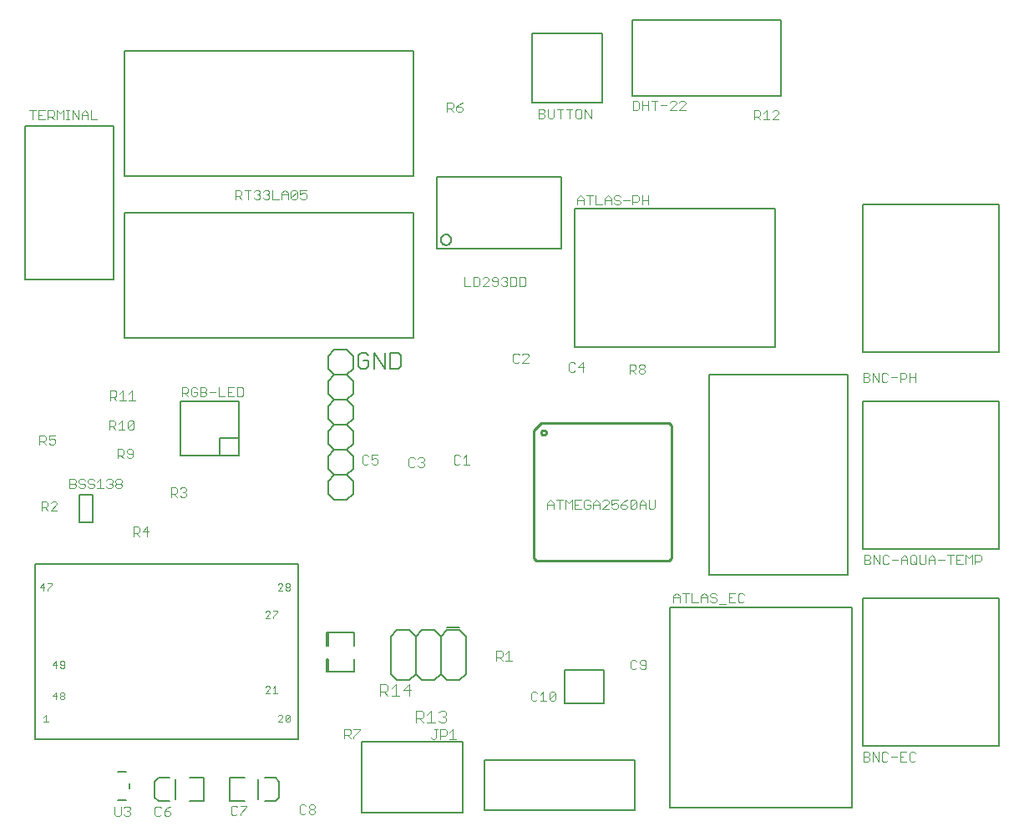
<source format=gto>
G75*
G70*
%OFA0B0*%
%FSLAX24Y24*%
%IPPOS*%
%LPD*%
%AMOC8*
5,1,8,0,0,1.08239X$1,22.5*
%
%ADD10C,0.0060*%
%ADD11C,0.0100*%
%ADD12C,0.0030*%
%ADD13C,0.0080*%
%ADD14C,0.0050*%
%ADD15C,0.0040*%
D10*
X002790Y012455D02*
X002790Y013575D01*
X003310Y013575D01*
X003310Y012455D01*
X002790Y012455D01*
X013911Y018703D02*
X014018Y018596D01*
X014231Y018596D01*
X014338Y018703D01*
X014338Y018916D01*
X014124Y018916D01*
X013911Y019130D02*
X013911Y018703D01*
X013911Y019130D02*
X014018Y019236D01*
X014231Y019236D01*
X014338Y019130D01*
X014555Y019236D02*
X014982Y018596D01*
X014982Y019236D01*
X015200Y019236D02*
X015520Y019236D01*
X015627Y019130D01*
X015627Y018703D01*
X015520Y018596D01*
X015200Y018596D01*
X015200Y019236D01*
X014555Y019236D02*
X014555Y018596D01*
X017072Y023387D02*
X017072Y026277D01*
X022012Y026277D01*
X022012Y023387D01*
X017072Y023387D01*
X017212Y023747D02*
X017214Y023776D01*
X017220Y023804D01*
X017229Y023831D01*
X017243Y023856D01*
X017259Y023880D01*
X017279Y023900D01*
X017301Y023919D01*
X017325Y023933D01*
X017352Y023945D01*
X017379Y023953D01*
X017408Y023957D01*
X017436Y023957D01*
X017465Y023953D01*
X017492Y023945D01*
X017519Y023933D01*
X017543Y023919D01*
X017565Y023900D01*
X017585Y023880D01*
X017601Y023856D01*
X017615Y023831D01*
X017624Y023804D01*
X017630Y023776D01*
X017632Y023747D01*
X017630Y023718D01*
X017624Y023690D01*
X017615Y023663D01*
X017601Y023638D01*
X017585Y023614D01*
X017565Y023594D01*
X017543Y023575D01*
X017519Y023561D01*
X017492Y023549D01*
X017465Y023541D01*
X017436Y023537D01*
X017408Y023537D01*
X017379Y023541D01*
X017352Y023549D01*
X017325Y023561D01*
X017301Y023575D01*
X017279Y023594D01*
X017259Y023614D01*
X017243Y023638D01*
X017229Y023663D01*
X017220Y023690D01*
X017214Y023718D01*
X017212Y023747D01*
D11*
X021219Y016436D02*
X026337Y016436D01*
X026436Y016337D01*
X026436Y011023D01*
X026337Y010924D01*
X021023Y010924D01*
X020924Y011023D01*
X020924Y016141D01*
X021219Y016436D01*
X021220Y016042D02*
X021222Y016061D01*
X021227Y016080D01*
X021237Y016096D01*
X021249Y016111D01*
X021264Y016123D01*
X021280Y016133D01*
X021299Y016138D01*
X021318Y016140D01*
X021337Y016138D01*
X021356Y016133D01*
X021372Y016123D01*
X021387Y016111D01*
X021399Y016096D01*
X021409Y016080D01*
X021414Y016061D01*
X021416Y016042D01*
X021414Y016023D01*
X021409Y016004D01*
X021399Y015988D01*
X021387Y015973D01*
X021372Y015961D01*
X021356Y015951D01*
X021337Y015946D01*
X021318Y015944D01*
X021299Y015946D01*
X021280Y015951D01*
X021264Y015961D01*
X021249Y015973D01*
X021237Y015988D01*
X021227Y016004D01*
X021222Y016023D01*
X021220Y016042D01*
D12*
X004265Y000738D02*
X004203Y000800D01*
X004203Y001108D01*
X004450Y001108D02*
X004450Y000800D01*
X004388Y000738D01*
X004265Y000738D01*
X004572Y000800D02*
X004633Y000738D01*
X004757Y000738D01*
X004818Y000800D01*
X004818Y000861D01*
X004757Y000923D01*
X004695Y000923D01*
X004757Y000923D02*
X004818Y000985D01*
X004818Y001047D01*
X004757Y001108D01*
X004633Y001108D01*
X004572Y001047D01*
X005805Y001048D02*
X005805Y000801D01*
X005867Y000739D01*
X005990Y000739D01*
X006052Y000801D01*
X006173Y000801D02*
X006235Y000739D01*
X006358Y000739D01*
X006420Y000801D01*
X006420Y000863D01*
X006358Y000925D01*
X006173Y000925D01*
X006173Y000801D01*
X006173Y000925D02*
X006297Y001048D01*
X006420Y001110D01*
X006052Y001048D02*
X005990Y001110D01*
X005867Y001110D01*
X005805Y001048D01*
X008841Y001079D02*
X008841Y000832D01*
X008902Y000770D01*
X009026Y000770D01*
X009088Y000832D01*
X009209Y000832D02*
X009209Y000770D01*
X009209Y000832D02*
X009456Y001079D01*
X009456Y001141D01*
X009209Y001141D01*
X009088Y001079D02*
X009026Y001141D01*
X008902Y001141D01*
X008841Y001079D01*
X011579Y001116D02*
X011579Y000869D01*
X011641Y000807D01*
X011764Y000807D01*
X011826Y000869D01*
X011947Y000869D02*
X011947Y000931D01*
X012009Y000992D01*
X012132Y000992D01*
X012194Y000931D01*
X012194Y000869D01*
X012132Y000807D01*
X012009Y000807D01*
X011947Y000869D01*
X012009Y000992D02*
X011947Y001054D01*
X011947Y001116D01*
X012009Y001178D01*
X012132Y001178D01*
X012194Y001116D01*
X012194Y001054D01*
X012132Y000992D01*
X011826Y001116D02*
X011764Y001178D01*
X011641Y001178D01*
X011579Y001116D01*
X013370Y003836D02*
X013370Y004207D01*
X013555Y004207D01*
X013617Y004145D01*
X013617Y004021D01*
X013555Y003960D01*
X013370Y003960D01*
X013493Y003960D02*
X013617Y003836D01*
X013738Y003836D02*
X013738Y003898D01*
X013985Y004145D01*
X013985Y004207D01*
X013738Y004207D01*
X011200Y004530D02*
X011152Y004481D01*
X011055Y004481D01*
X011007Y004530D01*
X011200Y004723D01*
X011200Y004530D01*
X011200Y004723D02*
X011152Y004772D01*
X011055Y004772D01*
X011007Y004723D01*
X011007Y004530D01*
X010905Y004481D02*
X010712Y004481D01*
X010905Y004675D01*
X010905Y004723D01*
X010857Y004772D01*
X010760Y004772D01*
X010712Y004723D01*
X010700Y005631D02*
X010507Y005631D01*
X010603Y005631D02*
X010603Y005922D01*
X010507Y005825D01*
X010405Y005825D02*
X010405Y005873D01*
X010357Y005922D01*
X010260Y005922D01*
X010212Y005873D01*
X010405Y005825D02*
X010212Y005631D01*
X010405Y005631D01*
X010405Y008631D02*
X010212Y008631D01*
X010405Y008825D01*
X010405Y008873D01*
X010357Y008922D01*
X010260Y008922D01*
X010212Y008873D01*
X010507Y008922D02*
X010700Y008922D01*
X010700Y008873D01*
X010507Y008680D01*
X010507Y008631D01*
X010712Y009731D02*
X010905Y009925D01*
X010905Y009973D01*
X010857Y010022D01*
X010760Y010022D01*
X010712Y009973D01*
X010712Y009731D02*
X010905Y009731D01*
X011007Y009780D02*
X011007Y009828D01*
X011055Y009876D01*
X011152Y009876D01*
X011200Y009828D01*
X011200Y009780D01*
X011152Y009731D01*
X011055Y009731D01*
X011007Y009780D01*
X011055Y009876D02*
X011007Y009925D01*
X011007Y009973D01*
X011055Y010022D01*
X011152Y010022D01*
X011200Y009973D01*
X011200Y009925D01*
X011152Y009876D01*
X007056Y013538D02*
X006995Y013476D01*
X006871Y013476D01*
X006809Y013538D01*
X006688Y013476D02*
X006565Y013600D01*
X006626Y013600D02*
X006441Y013600D01*
X006441Y013476D02*
X006441Y013847D01*
X006626Y013847D01*
X006688Y013785D01*
X006688Y013662D01*
X006626Y013600D01*
X006809Y013785D02*
X006871Y013847D01*
X006995Y013847D01*
X007056Y013785D01*
X007056Y013723D01*
X006995Y013662D01*
X007056Y013600D01*
X007056Y013538D01*
X006995Y013662D02*
X006933Y013662D01*
X005498Y012278D02*
X005313Y012092D01*
X005560Y012092D01*
X005498Y011907D02*
X005498Y012278D01*
X005191Y012216D02*
X005191Y012092D01*
X005130Y012031D01*
X004945Y012031D01*
X005068Y012031D02*
X005191Y011907D01*
X004945Y011907D02*
X004945Y012278D01*
X005130Y012278D01*
X005191Y012216D01*
X004424Y013823D02*
X004301Y013823D01*
X004239Y013885D01*
X004239Y013946D01*
X004301Y014008D01*
X004424Y014008D01*
X004486Y013946D01*
X004486Y013885D01*
X004424Y013823D01*
X004424Y014008D02*
X004486Y014070D01*
X004486Y014132D01*
X004424Y014193D01*
X004301Y014193D01*
X004239Y014132D01*
X004239Y014070D01*
X004301Y014008D01*
X004118Y013946D02*
X004118Y013885D01*
X004056Y013823D01*
X003933Y013823D01*
X003871Y013885D01*
X003750Y013823D02*
X003503Y013823D01*
X003626Y013823D02*
X003626Y014193D01*
X003503Y014070D01*
X003381Y014132D02*
X003320Y014193D01*
X003196Y014193D01*
X003134Y014132D01*
X003134Y014070D01*
X003196Y014008D01*
X003320Y014008D01*
X003381Y013946D01*
X003381Y013885D01*
X003320Y013823D01*
X003196Y013823D01*
X003134Y013885D01*
X003013Y013885D02*
X002951Y013823D01*
X002828Y013823D01*
X002766Y013885D01*
X002645Y013885D02*
X002583Y013823D01*
X002398Y013823D01*
X002398Y014193D01*
X002583Y014193D01*
X002645Y014132D01*
X002645Y014070D01*
X002583Y014008D01*
X002398Y014008D01*
X002583Y014008D02*
X002645Y013946D01*
X002645Y013885D01*
X002828Y014008D02*
X002951Y014008D01*
X003013Y013946D01*
X003013Y013885D01*
X002828Y014008D02*
X002766Y014070D01*
X002766Y014132D01*
X002828Y014193D01*
X002951Y014193D01*
X003013Y014132D01*
X003871Y014132D02*
X003933Y014193D01*
X004056Y014193D01*
X004118Y014132D01*
X004118Y014070D01*
X004056Y014008D01*
X004118Y013946D01*
X004056Y014008D02*
X003994Y014008D01*
X004315Y015017D02*
X004315Y015388D01*
X004500Y015388D01*
X004562Y015326D01*
X004562Y015203D01*
X004500Y015141D01*
X004315Y015141D01*
X004438Y015141D02*
X004562Y015017D01*
X004683Y015079D02*
X004745Y015017D01*
X004868Y015017D01*
X004930Y015079D01*
X004930Y015326D01*
X004868Y015388D01*
X004745Y015388D01*
X004683Y015326D01*
X004683Y015264D01*
X004745Y015203D01*
X004930Y015203D01*
X004908Y016159D02*
X004784Y016159D01*
X004722Y016221D01*
X004969Y016468D01*
X004969Y016221D01*
X004908Y016159D01*
X004722Y016221D02*
X004722Y016468D01*
X004784Y016529D01*
X004908Y016529D01*
X004969Y016468D01*
X004601Y016159D02*
X004354Y016159D01*
X004233Y016159D02*
X004109Y016283D01*
X004171Y016283D02*
X003986Y016283D01*
X003986Y016159D02*
X003986Y016529D01*
X004171Y016529D01*
X004233Y016468D01*
X004233Y016344D01*
X004171Y016283D01*
X004354Y016406D02*
X004477Y016529D01*
X004477Y016159D01*
X004517Y017340D02*
X004517Y017711D01*
X004393Y017587D01*
X004272Y017649D02*
X004272Y017525D01*
X004210Y017464D01*
X004025Y017464D01*
X004149Y017464D02*
X004272Y017340D01*
X004393Y017340D02*
X004640Y017340D01*
X004762Y017340D02*
X005009Y017340D01*
X004885Y017340D02*
X004885Y017711D01*
X004762Y017587D01*
X004272Y017649D02*
X004210Y017711D01*
X004025Y017711D01*
X004025Y017340D01*
X001820Y015933D02*
X001573Y015933D01*
X001573Y015748D01*
X001697Y015810D01*
X001758Y015810D01*
X001820Y015748D01*
X001820Y015625D01*
X001758Y015563D01*
X001635Y015563D01*
X001573Y015625D01*
X001452Y015563D02*
X001328Y015687D01*
X001390Y015687D02*
X001205Y015687D01*
X001205Y015563D02*
X001205Y015933D01*
X001390Y015933D01*
X001452Y015872D01*
X001452Y015748D01*
X001390Y015687D01*
X001468Y013301D02*
X001283Y013301D01*
X001283Y012931D01*
X001283Y013054D02*
X001468Y013054D01*
X001530Y013116D01*
X001530Y013239D01*
X001468Y013301D01*
X001651Y013239D02*
X001713Y013301D01*
X001837Y013301D01*
X001898Y013239D01*
X001898Y013178D01*
X001651Y012931D01*
X001898Y012931D01*
X001530Y012931D02*
X001407Y013054D01*
X001357Y010022D02*
X001212Y009876D01*
X001405Y009876D01*
X001507Y009780D02*
X001507Y009731D01*
X001507Y009780D02*
X001700Y009973D01*
X001700Y010022D01*
X001507Y010022D01*
X001357Y010022D02*
X001357Y009731D01*
X001857Y006922D02*
X001712Y006776D01*
X001905Y006776D01*
X002007Y006825D02*
X002007Y006873D01*
X002055Y006922D01*
X002152Y006922D01*
X002200Y006873D01*
X002200Y006680D01*
X002152Y006631D01*
X002055Y006631D01*
X002007Y006680D01*
X002055Y006776D02*
X002200Y006776D01*
X002055Y006776D02*
X002007Y006825D01*
X001857Y006922D02*
X001857Y006631D01*
X001857Y005672D02*
X001712Y005526D01*
X001905Y005526D01*
X002007Y005478D02*
X002055Y005526D01*
X002152Y005526D01*
X002200Y005478D01*
X002200Y005430D01*
X002152Y005381D01*
X002055Y005381D01*
X002007Y005430D01*
X002007Y005478D01*
X002055Y005526D02*
X002007Y005575D01*
X002007Y005623D01*
X002055Y005672D01*
X002152Y005672D01*
X002200Y005623D01*
X002200Y005575D01*
X002152Y005526D01*
X001857Y005381D02*
X001857Y005672D01*
X001453Y004772D02*
X001453Y004481D01*
X001357Y004481D02*
X001550Y004481D01*
X001357Y004675D02*
X001453Y004772D01*
X015929Y014739D02*
X015991Y014677D01*
X016114Y014677D01*
X016176Y014739D01*
X016298Y014739D02*
X016359Y014677D01*
X016483Y014677D01*
X016544Y014739D01*
X016544Y014801D01*
X016483Y014862D01*
X016421Y014862D01*
X016483Y014862D02*
X016544Y014924D01*
X016544Y014986D01*
X016483Y015048D01*
X016359Y015048D01*
X016298Y014986D01*
X016176Y014986D02*
X016114Y015048D01*
X015991Y015048D01*
X015929Y014986D01*
X015929Y014739D01*
X014694Y014837D02*
X014632Y014776D01*
X014509Y014776D01*
X014447Y014837D01*
X014326Y014837D02*
X014264Y014776D01*
X014141Y014776D01*
X014079Y014837D01*
X014079Y015084D01*
X014141Y015146D01*
X014264Y015146D01*
X014326Y015084D01*
X014447Y015146D02*
X014447Y014961D01*
X014571Y015023D01*
X014632Y015023D01*
X014694Y014961D01*
X014694Y014837D01*
X014694Y015146D02*
X014447Y015146D01*
X017740Y015084D02*
X017740Y014837D01*
X017802Y014776D01*
X017925Y014776D01*
X017987Y014837D01*
X018109Y014776D02*
X018355Y014776D01*
X018232Y014776D02*
X018232Y015146D01*
X018109Y015023D01*
X017987Y015084D02*
X017925Y015146D01*
X017802Y015146D01*
X017740Y015084D01*
X021459Y013229D02*
X021459Y012982D01*
X021459Y013168D02*
X021706Y013168D01*
X021706Y013229D02*
X021706Y012982D01*
X021951Y012982D02*
X021951Y013353D01*
X022074Y013353D02*
X021827Y013353D01*
X021706Y013229D02*
X021582Y013353D01*
X021459Y013229D01*
X022195Y013353D02*
X022195Y012982D01*
X022442Y012982D02*
X022442Y013353D01*
X022319Y013229D01*
X022195Y013353D01*
X022564Y013353D02*
X022564Y012982D01*
X022811Y012982D01*
X022932Y013044D02*
X022932Y013291D01*
X022994Y013353D01*
X023117Y013353D01*
X023179Y013291D01*
X023179Y013168D02*
X023055Y013168D01*
X023179Y013168D02*
X023179Y013044D01*
X023117Y012982D01*
X022994Y012982D01*
X022932Y013044D01*
X022687Y013168D02*
X022564Y013168D01*
X022564Y013353D02*
X022811Y013353D01*
X023300Y013229D02*
X023300Y012982D01*
X023300Y013168D02*
X023547Y013168D01*
X023547Y013229D02*
X023547Y012982D01*
X023669Y012982D02*
X023916Y013229D01*
X023916Y013291D01*
X023854Y013353D01*
X023730Y013353D01*
X023669Y013291D01*
X023547Y013229D02*
X023424Y013353D01*
X023300Y013229D01*
X023669Y012982D02*
X023916Y012982D01*
X024037Y013044D02*
X024099Y012982D01*
X024222Y012982D01*
X024284Y013044D01*
X024284Y013168D01*
X024222Y013229D01*
X024160Y013229D01*
X024037Y013168D01*
X024037Y013353D01*
X024284Y013353D01*
X024405Y013168D02*
X024405Y013044D01*
X024467Y012982D01*
X024590Y012982D01*
X024652Y013044D01*
X024652Y013106D01*
X024590Y013168D01*
X024405Y013168D01*
X024529Y013291D01*
X024652Y013353D01*
X024774Y013291D02*
X024835Y013353D01*
X024959Y013353D01*
X025020Y013291D01*
X024774Y013044D01*
X024835Y012982D01*
X024959Y012982D01*
X025020Y013044D01*
X025020Y013291D01*
X025142Y013229D02*
X025265Y013353D01*
X025389Y013229D01*
X025389Y012982D01*
X025510Y013044D02*
X025572Y012982D01*
X025695Y012982D01*
X025757Y013044D01*
X025757Y013353D01*
X025510Y013353D02*
X025510Y013044D01*
X025389Y013168D02*
X025142Y013168D01*
X025142Y013229D02*
X025142Y012982D01*
X024774Y013044D02*
X024774Y013291D01*
X026620Y009638D02*
X026743Y009514D01*
X026743Y009267D01*
X026743Y009453D02*
X026497Y009453D01*
X026497Y009514D02*
X026497Y009267D01*
X026497Y009514D02*
X026620Y009638D01*
X026865Y009638D02*
X027112Y009638D01*
X027233Y009638D02*
X027233Y009267D01*
X027480Y009267D01*
X027601Y009267D02*
X027601Y009514D01*
X027725Y009638D01*
X027848Y009514D01*
X027848Y009267D01*
X027970Y009329D02*
X028031Y009267D01*
X028155Y009267D01*
X028217Y009329D01*
X028217Y009391D01*
X028155Y009453D01*
X028031Y009453D01*
X027970Y009514D01*
X027970Y009576D01*
X028031Y009638D01*
X028155Y009638D01*
X028217Y009576D01*
X027848Y009453D02*
X027601Y009453D01*
X026988Y009267D02*
X026988Y009638D01*
X028338Y009206D02*
X028585Y009206D01*
X028706Y009267D02*
X028706Y009638D01*
X028953Y009638D01*
X029075Y009576D02*
X029075Y009329D01*
X029136Y009267D01*
X029260Y009267D01*
X029322Y009329D01*
X029322Y009576D02*
X029260Y009638D01*
X029136Y009638D01*
X029075Y009576D01*
X028830Y009453D02*
X028706Y009453D01*
X028706Y009267D02*
X028953Y009267D01*
X025402Y006901D02*
X025341Y006963D01*
X025217Y006963D01*
X025155Y006901D01*
X025155Y006839D01*
X025217Y006777D01*
X025402Y006777D01*
X025402Y006654D02*
X025402Y006901D01*
X025402Y006654D02*
X025341Y006592D01*
X025217Y006592D01*
X025155Y006654D01*
X025034Y006654D02*
X024972Y006592D01*
X024849Y006592D01*
X024787Y006654D01*
X024787Y006901D01*
X024849Y006963D01*
X024972Y006963D01*
X025034Y006901D01*
X021795Y005635D02*
X021548Y005389D01*
X021609Y005327D01*
X021733Y005327D01*
X021795Y005389D01*
X021795Y005635D01*
X021733Y005697D01*
X021609Y005697D01*
X021548Y005635D01*
X021548Y005389D01*
X021426Y005327D02*
X021179Y005327D01*
X021303Y005327D02*
X021303Y005697D01*
X021179Y005574D01*
X021058Y005635D02*
X020996Y005697D01*
X020873Y005697D01*
X020811Y005635D01*
X020811Y005389D01*
X020873Y005327D01*
X020996Y005327D01*
X021058Y005389D01*
X020048Y006941D02*
X019802Y006941D01*
X019680Y006941D02*
X019557Y007065D01*
X019618Y007065D02*
X019433Y007065D01*
X019433Y006941D02*
X019433Y007311D01*
X019618Y007311D01*
X019680Y007250D01*
X019680Y007126D01*
X019618Y007065D01*
X019802Y007188D02*
X019925Y007311D01*
X019925Y006941D01*
X017689Y004179D02*
X017689Y003809D01*
X017812Y003809D02*
X017565Y003809D01*
X017382Y003933D02*
X017197Y003933D01*
X017197Y003809D02*
X017197Y004179D01*
X017382Y004179D01*
X017444Y004118D01*
X017444Y003994D01*
X017382Y003933D01*
X017565Y004056D02*
X017689Y004179D01*
X017076Y004179D02*
X016952Y004179D01*
X017014Y004179D02*
X017014Y003871D01*
X016952Y003809D01*
X016891Y003809D01*
X016829Y003871D01*
X034073Y003278D02*
X034073Y002908D01*
X034258Y002908D01*
X034320Y002969D01*
X034320Y003031D01*
X034258Y003093D01*
X034073Y003093D01*
X034073Y003278D02*
X034258Y003278D01*
X034320Y003216D01*
X034320Y003154D01*
X034258Y003093D01*
X034441Y002908D02*
X034441Y003278D01*
X034688Y002908D01*
X034688Y003278D01*
X034810Y003216D02*
X034871Y003278D01*
X034995Y003278D01*
X035056Y003216D01*
X035178Y003093D02*
X035425Y003093D01*
X035546Y003093D02*
X035670Y003093D01*
X035793Y003278D02*
X035546Y003278D01*
X035546Y002908D01*
X035793Y002908D01*
X035915Y002969D02*
X035976Y002908D01*
X036100Y002908D01*
X036161Y002969D01*
X035915Y002969D02*
X035915Y003216D01*
X035976Y003278D01*
X036100Y003278D01*
X036161Y003216D01*
X035056Y002969D02*
X034995Y002908D01*
X034871Y002908D01*
X034810Y002969D01*
X034810Y003216D01*
X034728Y010782D02*
X034728Y011152D01*
X034849Y011090D02*
X034911Y011152D01*
X035034Y011152D01*
X035096Y011090D01*
X035217Y010967D02*
X035464Y010967D01*
X035586Y010967D02*
X035832Y010967D01*
X035832Y011028D02*
X035832Y010782D01*
X035954Y010843D02*
X036016Y010782D01*
X036139Y010782D01*
X036201Y010843D01*
X036201Y011090D01*
X036139Y011152D01*
X036016Y011152D01*
X035954Y011090D01*
X035954Y010843D01*
X036077Y010905D02*
X036201Y010782D01*
X036322Y010843D02*
X036384Y010782D01*
X036507Y010782D01*
X036569Y010843D01*
X036569Y011152D01*
X036691Y011028D02*
X036814Y011152D01*
X036937Y011028D01*
X036937Y010782D01*
X036937Y010967D02*
X036691Y010967D01*
X036691Y011028D02*
X036691Y010782D01*
X036322Y010843D02*
X036322Y011152D01*
X035832Y011028D02*
X035709Y011152D01*
X035586Y011028D01*
X035586Y010782D01*
X035096Y010843D02*
X035034Y010782D01*
X034911Y010782D01*
X034849Y010843D01*
X034849Y011090D01*
X034728Y010782D02*
X034481Y011152D01*
X034481Y010782D01*
X034359Y010843D02*
X034297Y010782D01*
X034112Y010782D01*
X034112Y011152D01*
X034297Y011152D01*
X034359Y011090D01*
X034359Y011028D01*
X034297Y010967D01*
X034112Y010967D01*
X034297Y010967D02*
X034359Y010905D01*
X034359Y010843D01*
X037059Y010967D02*
X037306Y010967D01*
X037427Y011152D02*
X037674Y011152D01*
X037795Y011152D02*
X037795Y010782D01*
X038042Y010782D01*
X038164Y010782D02*
X038164Y011152D01*
X038287Y011028D01*
X038411Y011152D01*
X038411Y010782D01*
X038532Y010782D02*
X038532Y011152D01*
X038717Y011152D01*
X038779Y011090D01*
X038779Y010967D01*
X038717Y010905D01*
X038532Y010905D01*
X038042Y011152D02*
X037795Y011152D01*
X037795Y010967D02*
X037919Y010967D01*
X037551Y010782D02*
X037551Y011152D01*
X036161Y018065D02*
X036161Y018435D01*
X036161Y018250D02*
X035915Y018250D01*
X035793Y018250D02*
X035731Y018189D01*
X035546Y018189D01*
X035546Y018065D02*
X035546Y018435D01*
X035731Y018435D01*
X035793Y018374D01*
X035793Y018250D01*
X035915Y018065D02*
X035915Y018435D01*
X035425Y018250D02*
X035178Y018250D01*
X035056Y018127D02*
X034995Y018065D01*
X034871Y018065D01*
X034810Y018127D01*
X034810Y018374D01*
X034871Y018435D01*
X034995Y018435D01*
X035056Y018374D01*
X034688Y018435D02*
X034688Y018065D01*
X034441Y018435D01*
X034441Y018065D01*
X034320Y018127D02*
X034258Y018065D01*
X034073Y018065D01*
X034073Y018435D01*
X034258Y018435D01*
X034320Y018374D01*
X034320Y018312D01*
X034258Y018250D01*
X034073Y018250D01*
X034258Y018250D02*
X034320Y018189D01*
X034320Y018127D01*
X025363Y018465D02*
X025301Y018403D01*
X025178Y018403D01*
X025116Y018465D01*
X025116Y018527D01*
X025178Y018588D01*
X025301Y018588D01*
X025363Y018527D01*
X025363Y018465D01*
X025301Y018588D02*
X025363Y018650D01*
X025363Y018712D01*
X025301Y018774D01*
X025178Y018774D01*
X025116Y018712D01*
X025116Y018650D01*
X025178Y018588D01*
X024995Y018588D02*
X024933Y018527D01*
X024748Y018527D01*
X024871Y018527D02*
X024995Y018403D01*
X024995Y018588D02*
X024995Y018712D01*
X024933Y018774D01*
X024748Y018774D01*
X024748Y018403D01*
X022936Y018661D02*
X022689Y018661D01*
X022874Y018846D01*
X022874Y018476D01*
X022567Y018538D02*
X022506Y018476D01*
X022382Y018476D01*
X022320Y018538D01*
X022320Y018785D01*
X022382Y018846D01*
X022506Y018846D01*
X022567Y018785D01*
X020717Y018836D02*
X020470Y018836D01*
X020717Y019083D01*
X020717Y019145D01*
X020656Y019207D01*
X020532Y019207D01*
X020470Y019145D01*
X020349Y019145D02*
X020287Y019207D01*
X020164Y019207D01*
X020102Y019145D01*
X020102Y018898D01*
X020164Y018836D01*
X020287Y018836D01*
X020349Y018898D01*
X020358Y021894D02*
X020543Y021894D01*
X020605Y021956D01*
X020605Y022203D01*
X020543Y022264D01*
X020358Y022264D01*
X020358Y021894D01*
X020236Y021956D02*
X020236Y022203D01*
X020174Y022264D01*
X019989Y022264D01*
X019989Y021894D01*
X020174Y021894D01*
X020236Y021956D01*
X019868Y021956D02*
X019806Y021894D01*
X019683Y021894D01*
X019621Y021956D01*
X019500Y021956D02*
X019500Y022203D01*
X019438Y022264D01*
X019314Y022264D01*
X019253Y022203D01*
X019253Y022141D01*
X019314Y022079D01*
X019500Y022079D01*
X019500Y021956D02*
X019438Y021894D01*
X019314Y021894D01*
X019253Y021956D01*
X019131Y021894D02*
X018884Y021894D01*
X019131Y022141D01*
X019131Y022203D01*
X019070Y022264D01*
X018946Y022264D01*
X018884Y022203D01*
X018763Y022203D02*
X018701Y022264D01*
X018516Y022264D01*
X018516Y021894D01*
X018701Y021894D01*
X018763Y021956D01*
X018763Y022203D01*
X018395Y021894D02*
X018148Y021894D01*
X018148Y022264D01*
X019621Y022203D02*
X019683Y022264D01*
X019806Y022264D01*
X019868Y022203D01*
X019868Y022141D01*
X019806Y022079D01*
X019868Y022017D01*
X019868Y021956D01*
X019806Y022079D02*
X019744Y022079D01*
X022662Y025149D02*
X022662Y025396D01*
X022785Y025520D01*
X022909Y025396D01*
X022909Y025149D01*
X022909Y025334D02*
X022662Y025334D01*
X023030Y025520D02*
X023277Y025520D01*
X023398Y025520D02*
X023398Y025149D01*
X023645Y025149D01*
X023767Y025149D02*
X023767Y025396D01*
X023890Y025520D01*
X024014Y025396D01*
X024014Y025149D01*
X024135Y025211D02*
X024197Y025149D01*
X024320Y025149D01*
X024382Y025211D01*
X024382Y025273D01*
X024320Y025334D01*
X024197Y025334D01*
X024135Y025396D01*
X024135Y025458D01*
X024197Y025520D01*
X024320Y025520D01*
X024382Y025458D01*
X024503Y025334D02*
X024750Y025334D01*
X024872Y025273D02*
X025057Y025273D01*
X025119Y025334D01*
X025119Y025458D01*
X025057Y025520D01*
X024872Y025520D01*
X024872Y025149D01*
X025240Y025149D02*
X025240Y025520D01*
X025240Y025334D02*
X025487Y025334D01*
X025487Y025149D02*
X025487Y025520D01*
X024014Y025334D02*
X023767Y025334D01*
X023154Y025149D02*
X023154Y025520D01*
X023207Y028602D02*
X023207Y028972D01*
X022961Y028972D02*
X023207Y028602D01*
X022961Y028602D02*
X022961Y028972D01*
X022839Y028911D02*
X022839Y028664D01*
X022777Y028602D01*
X022654Y028602D01*
X022592Y028664D01*
X022592Y028911D01*
X022654Y028972D01*
X022777Y028972D01*
X022839Y028911D01*
X022471Y028972D02*
X022224Y028972D01*
X022102Y028972D02*
X021856Y028972D01*
X021734Y028972D02*
X021734Y028664D01*
X021672Y028602D01*
X021549Y028602D01*
X021487Y028664D01*
X021487Y028972D01*
X021366Y028911D02*
X021366Y028849D01*
X021304Y028787D01*
X021119Y028787D01*
X021119Y028602D02*
X021119Y028972D01*
X021304Y028972D01*
X021366Y028911D01*
X021304Y028787D02*
X021366Y028726D01*
X021366Y028664D01*
X021304Y028602D01*
X021119Y028602D01*
X021979Y028602D02*
X021979Y028972D01*
X022347Y028972D02*
X022347Y028602D01*
X024887Y028933D02*
X025072Y028933D01*
X025134Y028995D01*
X025134Y029241D01*
X025072Y029303D01*
X024887Y029303D01*
X024887Y028933D01*
X025255Y028933D02*
X025255Y029303D01*
X025255Y029118D02*
X025502Y029118D01*
X025502Y029303D02*
X025502Y028933D01*
X025747Y028933D02*
X025747Y029303D01*
X025870Y029303D02*
X025623Y029303D01*
X025992Y029118D02*
X026239Y029118D01*
X026360Y029241D02*
X026422Y029303D01*
X026545Y029303D01*
X026607Y029241D01*
X026607Y029180D01*
X026360Y028933D01*
X026607Y028933D01*
X026728Y028933D02*
X026975Y029180D01*
X026975Y029241D01*
X026913Y029303D01*
X026790Y029303D01*
X026728Y029241D01*
X026728Y028933D02*
X026975Y028933D01*
X029718Y028921D02*
X029718Y028550D01*
X029718Y028674D02*
X029903Y028674D01*
X029964Y028735D01*
X029964Y028859D01*
X029903Y028921D01*
X029718Y028921D01*
X029841Y028674D02*
X029964Y028550D01*
X030086Y028550D02*
X030333Y028550D01*
X030454Y028550D02*
X030701Y028797D01*
X030701Y028859D01*
X030639Y028921D01*
X030516Y028921D01*
X030454Y028859D01*
X030209Y028921D02*
X030209Y028550D01*
X030454Y028550D02*
X030701Y028550D01*
X030209Y028921D02*
X030086Y028797D01*
X018076Y028922D02*
X018076Y028983D01*
X018014Y029045D01*
X017829Y029045D01*
X017829Y028922D01*
X017890Y028860D01*
X018014Y028860D01*
X018076Y028922D01*
X017829Y029045D02*
X017952Y029169D01*
X018076Y029230D01*
X017707Y029169D02*
X017707Y029045D01*
X017645Y028983D01*
X017460Y028983D01*
X017460Y028860D02*
X017460Y029230D01*
X017645Y029230D01*
X017707Y029169D01*
X017584Y028983D02*
X017707Y028860D01*
X011845Y025736D02*
X011598Y025736D01*
X011598Y025551D01*
X011722Y025613D01*
X011783Y025613D01*
X011845Y025551D01*
X011845Y025428D01*
X011783Y025366D01*
X011660Y025366D01*
X011598Y025428D01*
X011477Y025428D02*
X011415Y025366D01*
X011292Y025366D01*
X011230Y025428D01*
X011477Y025674D01*
X011477Y025428D01*
X011477Y025674D02*
X011415Y025736D01*
X011292Y025736D01*
X011230Y025674D01*
X011230Y025428D01*
X011109Y025366D02*
X011109Y025613D01*
X010985Y025736D01*
X010862Y025613D01*
X010862Y025366D01*
X010740Y025366D02*
X010493Y025366D01*
X010493Y025736D01*
X010372Y025674D02*
X010372Y025613D01*
X010310Y025551D01*
X010372Y025489D01*
X010372Y025428D01*
X010310Y025366D01*
X010187Y025366D01*
X010125Y025428D01*
X010004Y025428D02*
X009942Y025366D01*
X009818Y025366D01*
X009757Y025428D01*
X009880Y025551D02*
X009942Y025551D01*
X010004Y025489D01*
X010004Y025428D01*
X009942Y025551D02*
X010004Y025613D01*
X010004Y025674D01*
X009942Y025736D01*
X009818Y025736D01*
X009757Y025674D01*
X009635Y025736D02*
X009388Y025736D01*
X009512Y025736D02*
X009512Y025366D01*
X009267Y025366D02*
X009144Y025489D01*
X009205Y025489D02*
X009020Y025489D01*
X009020Y025366D02*
X009020Y025736D01*
X009205Y025736D01*
X009267Y025674D01*
X009267Y025551D01*
X009205Y025489D01*
X010125Y025674D02*
X010187Y025736D01*
X010310Y025736D01*
X010372Y025674D01*
X010310Y025551D02*
X010249Y025551D01*
X010862Y025551D02*
X011109Y025551D01*
X003499Y028551D02*
X003252Y028551D01*
X003252Y028921D01*
X003130Y028798D02*
X003130Y028551D01*
X003130Y028736D02*
X002884Y028736D01*
X002884Y028798D02*
X003007Y028921D01*
X003130Y028798D01*
X002884Y028798D02*
X002884Y028551D01*
X002762Y028551D02*
X002762Y028921D01*
X002515Y028921D02*
X002762Y028551D01*
X002515Y028551D02*
X002515Y028921D01*
X002393Y028921D02*
X002270Y028921D01*
X002331Y028921D02*
X002331Y028551D01*
X002270Y028551D02*
X002393Y028551D01*
X002148Y028551D02*
X002148Y028921D01*
X002025Y028798D01*
X001901Y028921D01*
X001901Y028551D01*
X001780Y028551D02*
X001657Y028674D01*
X001718Y028674D02*
X001533Y028674D01*
X001533Y028551D02*
X001533Y028921D01*
X001718Y028921D01*
X001780Y028860D01*
X001780Y028736D01*
X001718Y028674D01*
X001412Y028551D02*
X001165Y028551D01*
X001165Y028921D01*
X001412Y028921D01*
X001288Y028736D02*
X001165Y028736D01*
X001043Y028921D02*
X000796Y028921D01*
X000920Y028921D02*
X000920Y028551D01*
X006881Y017862D02*
X007066Y017862D01*
X007127Y017800D01*
X007127Y017677D01*
X007066Y017615D01*
X006881Y017615D01*
X007004Y017615D02*
X007127Y017492D01*
X007249Y017554D02*
X007311Y017492D01*
X007434Y017492D01*
X007496Y017554D01*
X007496Y017677D01*
X007372Y017677D01*
X007249Y017800D02*
X007249Y017554D01*
X007249Y017800D02*
X007311Y017862D01*
X007434Y017862D01*
X007496Y017800D01*
X007617Y017862D02*
X007802Y017862D01*
X007864Y017800D01*
X007864Y017739D01*
X007802Y017677D01*
X007617Y017677D01*
X007617Y017492D02*
X007617Y017862D01*
X007802Y017677D02*
X007864Y017615D01*
X007864Y017554D01*
X007802Y017492D01*
X007617Y017492D01*
X007986Y017677D02*
X008232Y017677D01*
X008354Y017492D02*
X008601Y017492D01*
X008722Y017492D02*
X008969Y017492D01*
X009090Y017492D02*
X009276Y017492D01*
X009337Y017554D01*
X009337Y017800D01*
X009276Y017862D01*
X009090Y017862D01*
X009090Y017492D01*
X008846Y017677D02*
X008722Y017677D01*
X008722Y017862D02*
X008722Y017492D01*
X008354Y017492D02*
X008354Y017862D01*
X008722Y017862D02*
X008969Y017862D01*
X006881Y017862D02*
X006881Y017492D01*
D13*
X004589Y019826D02*
X004589Y024826D01*
X016125Y024826D01*
X016125Y019826D01*
X004589Y019826D01*
X012718Y019095D02*
X012718Y018595D01*
X012968Y018345D01*
X013468Y018345D01*
X013718Y018095D01*
X013718Y017595D01*
X013468Y017345D01*
X012968Y017345D01*
X012718Y017595D01*
X012718Y018095D01*
X012968Y018345D01*
X013468Y018345D02*
X013718Y018595D01*
X013718Y019095D01*
X013468Y019345D01*
X012968Y019345D01*
X012718Y019095D01*
X012968Y017345D02*
X012718Y017095D01*
X012718Y016595D01*
X012968Y016345D01*
X013468Y016345D01*
X013718Y016095D01*
X013718Y015595D01*
X013468Y015345D01*
X012968Y015345D01*
X012718Y015595D01*
X012718Y016095D01*
X012968Y016345D01*
X013468Y016345D02*
X013718Y016595D01*
X013718Y017095D01*
X013468Y017345D01*
X013468Y015345D02*
X013718Y015095D01*
X013718Y014595D01*
X013468Y014345D01*
X012968Y014345D01*
X012718Y014595D01*
X012718Y015095D01*
X012968Y015345D01*
X012968Y014345D02*
X012718Y014095D01*
X012718Y013595D01*
X012968Y013345D01*
X013468Y013345D01*
X013718Y013595D01*
X013718Y014095D01*
X013468Y014345D01*
X017472Y008277D02*
X017972Y008277D01*
X017972Y008145D02*
X017472Y008145D01*
X017222Y007895D01*
X017222Y006395D01*
X016972Y006145D01*
X016472Y006145D01*
X016222Y006395D01*
X016222Y007895D01*
X015972Y008145D01*
X015472Y008145D01*
X015222Y007895D01*
X015222Y006395D01*
X015472Y006145D01*
X015972Y006145D01*
X016222Y006395D01*
X017222Y006395D02*
X017472Y006145D01*
X017972Y006145D01*
X018222Y006395D01*
X018222Y007895D01*
X017972Y008145D01*
X017222Y007895D02*
X016972Y008145D01*
X016472Y008145D01*
X016222Y007895D01*
X010613Y002259D02*
X010180Y002259D01*
X010613Y002259D02*
X010771Y002101D01*
X010771Y001471D01*
X010613Y001314D01*
X010180Y001314D01*
X009393Y001314D02*
X008802Y001314D01*
X008802Y002259D01*
X009393Y002259D01*
X007771Y002259D02*
X007771Y001314D01*
X007180Y001314D01*
X006393Y001314D02*
X005960Y001314D01*
X005802Y001471D01*
X005802Y002101D01*
X005960Y002259D01*
X006393Y002259D01*
X007180Y002259D02*
X007771Y002259D01*
X004798Y002030D02*
X004798Y001818D01*
X004648Y001364D02*
X004310Y001364D01*
X004310Y002484D02*
X004648Y002484D01*
X004589Y026282D02*
X004589Y031282D01*
X016125Y031282D01*
X016125Y026282D01*
X004589Y026282D01*
D14*
X004164Y028310D02*
X004164Y022168D01*
X000621Y022168D01*
X000621Y028310D01*
X004164Y028310D01*
X006826Y017306D02*
X009149Y017306D01*
X009149Y015141D01*
X006826Y015141D01*
X006826Y017306D01*
X008381Y015830D02*
X009129Y015830D01*
X008381Y015830D02*
X008381Y015160D01*
X011536Y010786D02*
X011536Y003786D01*
X001036Y003786D01*
X001036Y010786D01*
X011536Y010786D01*
X012660Y008054D02*
X012739Y008054D01*
X012739Y007542D01*
X012660Y007542D01*
X012660Y008054D01*
X012700Y008054D02*
X012700Y007542D01*
X012739Y008054D02*
X013763Y008054D01*
X013763Y007542D01*
X013763Y006991D02*
X013763Y006479D01*
X012739Y006479D01*
X012660Y006479D01*
X012660Y006991D01*
X012739Y006991D01*
X012739Y006479D01*
X012700Y006479D02*
X012700Y006991D01*
X014070Y003696D02*
X018086Y003696D01*
X018086Y000877D01*
X014070Y000877D01*
X014070Y003696D01*
X009936Y002186D02*
X009936Y001386D01*
X006636Y001386D02*
X006636Y002186D01*
X018967Y002956D02*
X018967Y000956D01*
X024967Y000956D01*
X024967Y002956D01*
X018967Y002956D01*
X022149Y005219D02*
X022149Y006558D01*
X023723Y006558D01*
X023723Y005219D01*
X022149Y005219D01*
X026358Y009046D02*
X026358Y001046D01*
X033608Y001046D01*
X033608Y009046D01*
X026358Y009046D01*
X027937Y010353D02*
X027937Y018353D01*
X033447Y018353D01*
X033447Y010353D01*
X027937Y010353D01*
X034049Y009429D02*
X039499Y009429D01*
X039499Y003529D01*
X034049Y003529D01*
X034049Y009429D01*
X034049Y011403D02*
X039499Y011403D01*
X039499Y017303D01*
X034049Y017303D01*
X034049Y011403D01*
X034049Y019277D02*
X039499Y019277D01*
X039499Y025177D01*
X034049Y025177D01*
X034049Y019277D01*
X030558Y019472D02*
X022558Y019472D01*
X022558Y024982D01*
X030558Y024982D01*
X030558Y019472D01*
X023645Y029241D02*
X020849Y029241D01*
X020849Y031997D01*
X023645Y031997D01*
X023645Y029241D01*
X024857Y029495D02*
X024857Y032526D01*
X030802Y032526D01*
X030802Y029495D01*
X024857Y029495D01*
D15*
X015944Y005989D02*
X015713Y005759D01*
X016020Y005759D01*
X015944Y005529D02*
X015944Y005989D01*
X015406Y005989D02*
X015253Y005836D01*
X015099Y005912D02*
X015099Y005759D01*
X015023Y005682D01*
X014793Y005682D01*
X014946Y005682D02*
X015099Y005529D01*
X015253Y005529D02*
X015560Y005529D01*
X015406Y005529D02*
X015406Y005989D01*
X015099Y005912D02*
X015023Y005989D01*
X014793Y005989D01*
X014793Y005529D01*
X016210Y004926D02*
X016210Y004466D01*
X016210Y004619D02*
X016440Y004619D01*
X016517Y004696D01*
X016517Y004849D01*
X016440Y004926D01*
X016210Y004926D01*
X016363Y004619D02*
X016517Y004466D01*
X016670Y004466D02*
X016977Y004466D01*
X016824Y004466D02*
X016824Y004926D01*
X016670Y004773D01*
X017131Y004849D02*
X017207Y004926D01*
X017361Y004926D01*
X017438Y004849D01*
X017438Y004773D01*
X017361Y004696D01*
X017438Y004619D01*
X017438Y004542D01*
X017361Y004466D01*
X017207Y004466D01*
X017131Y004542D01*
X017284Y004696D02*
X017361Y004696D01*
M02*

</source>
